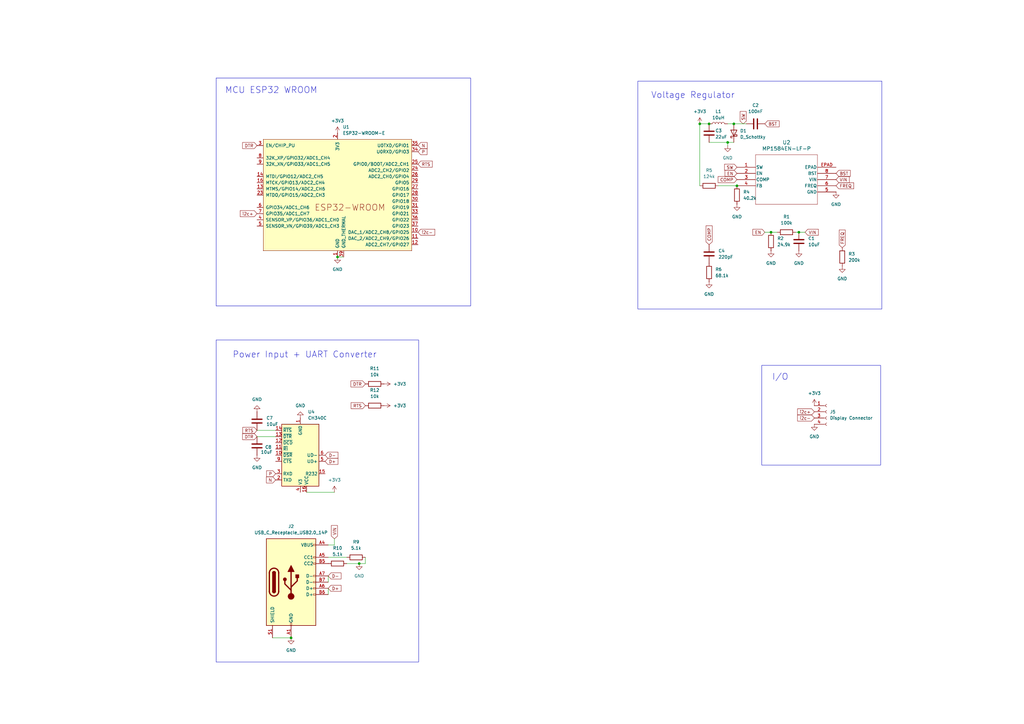
<source format=kicad_sch>
(kicad_sch (version 20250114) (generator "eeschema") (generator_version "9.0")
  (paper "A3")
  (title_block (title "time o matic") (date "2025-07-10") (rev "v1") (company "Hasnat4763") (comment 1 "ESP32 based table clock"))
  (lib_symbols
    (symbol "Connector:Conn_01x04_Socket" (pin_names (offset 1.016) (hide yes))
      (property "Reference" "J" (at 0 5.08 0))
      (property "Value" "Conn_01x04_Socket" (at 0 -7.62 0))
      (symbol "Conn_01x04_Socket_1_1"
        (polyline (pts (xy -1.27 2.54) (xy -0.508 2.54)) (stroke (width 0.1524)))
        (polyline (pts (xy -1.27 0) (xy -0.508 0)) (stroke (width 0.1524)))
        (polyline (pts (xy -1.27 -2.54) (xy -0.508 -2.54)) (stroke (width 0.1524)))
        (polyline (pts (xy -1.27 -5.08) (xy -0.508 -5.08)) (stroke (width 0.1524)))
        (arc (start 0 2.032) (mid -0.5058 2.54) (end 0 3.048) (stroke (width 0.1524)))
        (arc (start 0 -0.508) (mid -0.5058 0) (end 0 0.508) (stroke (width 0.1524)))
        (arc (start 0 -3.048) (mid -0.5058 -2.54) (end 0 -2.032) (stroke (width 0.1524)))
        (arc (start 0 -5.588) (mid -0.5058 -5.08) (end 0 -4.572) (stroke (width 0.1524)))
        (pin passive line (at -5.08 2.54 0) (length 3.81) (name "Pin_1") (number "1"))
        (pin passive line (at -5.08 0 0) (length 3.81) (name "Pin_2") (number "2"))
        (pin passive line (at -5.08 -2.54 0) (length 3.81) (name "Pin_3") (number "3"))
        (pin passive line (at -5.08 -5.08 0) (length 3.81) (name "Pin_4") (number "4"))
      )
    )
    (symbol "Connector:USB_C_Receptacle_USB2.0_14P" (pin_names (offset 1.016))
      (property "Reference" "J" (at 0 22.225 0))
      (property "Value" "USB_C_Receptacle_USB2.0_14P" (at 0 19.685 0))
      (symbol "USB_C_Receptacle_USB2.0_14P_0_0"
        (rectangle (start -0.254 -17.78) (end 0.254 -16.764))
        (rectangle (start 10.16 15.494) (end 9.144 14.986))
        (rectangle (start 10.16 10.414) (end 9.144 9.906))
        (rectangle (start 10.16 7.874) (end 9.144 7.366))
        (rectangle (start 10.16 2.794) (end 9.144 2.286))
        (rectangle (start 10.16 0.254) (end 9.144 -0.254))
        (rectangle (start 10.16 -2.286) (end 9.144 -2.794))
        (rectangle (start 10.16 -4.826) (end 9.144 -5.334))
      )
      (symbol "USB_C_Receptacle_USB2.0_14P_0_1"
        (rectangle (start -10.16 17.78) (end 10.16 -17.78) (stroke (width 0.254)) (fill (type background)))
        (polyline (pts (xy -8.89 -3.81) (xy -8.89 3.81)) (stroke (width 0.508)))
        (rectangle (start -7.62 -3.81) (end -6.35 3.81) (stroke (width 0.254)) (fill (type outline)))
        (arc (start -7.62 3.81) (mid -6.985 4.4423) (end -6.35 3.81) (stroke (width 0.254)))
        (arc (start -7.62 3.81) (mid -6.985 4.4423) (end -6.35 3.81) (stroke (width 0.254)) (fill (type outline)))
        (arc (start -8.89 3.81) (mid -6.985 5.7067) (end -5.08 3.81) (stroke (width 0.508)))
        (arc (start -5.08 -3.81) (mid -6.985 -5.7067) (end -8.89 -3.81) (stroke (width 0.508)))
        (arc (start -6.35 -3.81) (mid -6.985 -4.4423) (end -7.62 -3.81) (stroke (width 0.254)))
        (arc (start -6.35 -3.81) (mid -6.985 -4.4423) (end -7.62 -3.81) (stroke (width 0.254)) (fill (type outline)))
        (polyline (pts (xy -5.08 3.81) (xy -5.08 -3.81)) (stroke (width 0.508)))
        (circle (center -2.54 1.143) (radius 0.635) (stroke (width 0.254)) (fill (type outline)))
        (polyline (pts (xy -1.27 4.318) (xy 0 6.858) (xy 1.27 4.318) (xy -1.27 4.318)) (stroke (width 0.254)) (fill (type outline)))
        (polyline (pts (xy 0 -2.032) (xy 2.54 0.508) (xy 2.54 1.778)) (stroke (width 0.508)))
        (polyline (pts (xy 0 -3.302) (xy -2.54 -0.762) (xy -2.54 0.508)) (stroke (width 0.508)))
        (polyline (pts (xy 0 -5.842) (xy 0 4.318)) (stroke (width 0.508)))
        (circle (center 0 -5.842) (radius 1.27) (fill (type outline)))
        (rectangle (start 1.905 1.778) (end 3.175 3.048) (stroke (width 0.254)) (fill (type outline)))
      )
      (symbol "USB_C_Receptacle_USB2.0_14P_1_1"
        (pin passive line (at -7.62 -22.86 90) (length 5.08) (name "SHIELD") (number "S1"))
        (pin passive line (at 0 -22.86 90) (length 5.08) (name "GND") (number "A1"))
        (pin passive line (at 0 -22.86 90) (length 5.08) (hide yes) (name "GND") (number "A12"))
        (pin passive line (at 0 -22.86 90) (length 5.08) (hide yes) (name "GND") (number "B1"))
        (pin passive line (at 0 -22.86 90) (length 5.08) (hide yes) (name "GND") (number "B12"))
        (pin passive line (at 15.24 15.24 180) (length 5.08) (name "VBUS") (number "A4"))
        (pin passive line (at 15.24 15.24 180) (length 5.08) (hide yes) (name "VBUS") (number "A9"))
        (pin passive line (at 15.24 15.24 180) (length 5.08) (hide yes) (name "VBUS") (number "B4"))
        (pin passive line (at 15.24 15.24 180) (length 5.08) (hide yes) (name "VBUS") (number "B9"))
        (pin bidirectional line (at 15.24 10.16 180) (length 5.08) (name "CC1") (number "A5"))
        (pin bidirectional line (at 15.24 7.62 180) (length 5.08) (name "CC2") (number "B5"))
        (pin bidirectional line (at 15.24 2.54 180) (length 5.08) (name "D-") (number "A7"))
        (pin bidirectional line (at 15.24 0 180) (length 5.08) (name "D-") (number "B7"))
        (pin bidirectional line (at 15.24 -2.54 180) (length 5.08) (name "D+") (number "A6"))
        (pin bidirectional line (at 15.24 -5.08 180) (length 5.08) (name "D+") (number "B6"))
      )
    )
    (symbol "Device:C" (pin_numbers (hide yes)) (pin_names (offset 0.254))
      (property "Reference" "C" (at 0.635 2.54 0))
      (property "Value" "C" (at 0.635 -2.54 0))
      (symbol "C_0_1"
        (polyline (pts (xy -2.032 0.762) (xy 2.032 0.762)) (stroke (width 0.508)))
        (polyline (pts (xy -2.032 -0.762) (xy 2.032 -0.762)) (stroke (width 0.508)))
      )
      (symbol "C_1_1"
        (pin passive line (at 0 3.81 270) (length 2.794) (name "~") (number "1"))
        (pin passive line (at 0 -3.81 90) (length 2.794) (name "~") (number "2"))
      )
    )
    (symbol "Device:D_Schottky" (pin_numbers (hide yes)) (pin_names (offset 1.016) (hide yes))
      (property "Reference" "D" (at 0 2.54 0))
      (property "Value" "D_Schottky" (at 0 -2.54 0))
      (symbol "D_Schottky_0_1"
        (polyline (pts (xy -1.905 0.635) (xy -1.905 1.27) (xy -1.27 1.27) (xy -1.27 -1.27) (xy -0.635 -1.27) (xy -0.635 -0.635)) (stroke (width 0.254)))
        (polyline (pts (xy 1.27 1.27) (xy 1.27 -1.27) (xy -1.27 0) (xy 1.27 1.27)) (stroke (width 0.254)))
        (polyline (pts (xy 1.27 0) (xy -1.27 0)))
      )
      (symbol "D_Schottky_1_1"
        (pin passive line (at -3.81 0 0) (length 2.54) (name "K") (number "1"))
        (pin passive line (at 3.81 0 180) (length 2.54) (name "A") (number "2"))
      )
    )
    (symbol "Device:L" (pin_numbers (hide yes)) (pin_names (offset 1.016) (hide yes))
      (property "Reference" "L" (at -1.27 0 90))
      (property "Value" "L" (at 1.905 0 90))
      (symbol "L_0_1"
        (arc (start 0 2.54) (mid 0.6323 1.905) (end 0 1.27))
        (arc (start 0 1.27) (mid 0.6323 0.635) (end 0 0))
        (arc (start 0 0) (mid 0.6323 -0.635) (end 0 -1.27))
        (arc (start 0 -1.27) (mid 0.6323 -1.905) (end 0 -2.54))
      )
      (symbol "L_1_1"
        (pin passive line (at 0 3.81 270) (length 1.27) (name "1") (number "1"))
        (pin passive line (at 0 -3.81 90) (length 1.27) (name "2") (number "2"))
      )
    )
    (symbol "Device:R" (pin_numbers (hide yes)) (pin_names (offset 0))
      (property "Reference" "R" (at 2.032 0 90))
      (property "Value" "R" (at 0 0 90))
      (symbol "R_0_1"
        (rectangle (start -1.016 -2.54) (end 1.016 2.54) (stroke (width 0.254)))
      )
      (symbol "R_1_1"
        (pin passive line (at 0 3.81 270) (length 1.27) (name "~") (number "1"))
        (pin passive line (at 0 -3.81 90) (length 1.27) (name "~") (number "2"))
      )
    )
    (symbol "Interface_USB:CH340C"
      (property "Reference" "U" (at -5.08 13.97 0))
      (property "Value" "CH340C" (at 1.27 13.97 0))
      (symbol "CH340C_0_1"
        (rectangle (start -7.62 12.7) (end 7.62 -12.7) (stroke (width 0.254)) (fill (type background)))
      )
      (symbol "CH340C_1_1"
        (pin input line (at -10.16 7.62 0) (length 2.54) (name "R232") (number "15"))
        (pin bidirectional line (at -10.16 2.54 0) (length 2.54) (name "UD+") (number "5"))
        (pin bidirectional line (at -10.16 0 0) (length 2.54) (name "UD-") (number "6"))
        (pin no_connect line (at -7.62 -5.08 0) (length 2.54) (hide yes) (name "NC") (number "7"))
        (pin no_connect line (at -7.62 -7.62 0) (length 2.54) (hide yes) (name "NC") (number "8"))
        (pin power_in line (at -2.54 15.24 270) (length 2.54) (name "VCC") (number "16"))
        (pin power_out line (at 0 15.24 270) (length 2.54) (name "V3") (number "4"))
        (pin power_in line (at 0 -15.24 90) (length 2.54) (name "GND") (number "1"))
        (pin output line (at 10.16 10.16 180) (length 2.54) (name "TXD") (number "2"))
        (pin input line (at 10.16 7.62 180) (length 2.54) (name "RXD") (number "3"))
        (pin input line (at 10.16 2.54 180) (length 2.54) (name "~{CTS}") (number "9"))
        (pin input line (at 10.16 0 180) (length 2.54) (name "~{DSR}") (number "10"))
        (pin input line (at 10.16 -2.54 180) (length 2.54) (name "~{RI}") (number "11"))
        (pin input line (at 10.16 -5.08 180) (length 2.54) (name "~{DCD}") (number "12"))
        (pin output line (at 10.16 -7.62 180) (length 2.54) (name "~{DTR}") (number "13"))
        (pin output line (at 10.16 -10.16 180) (length 2.54) (name "~{RTS}") (number "14"))
      )
    )
    (symbol "MP1584:MP1584EN-LF-P" (pin_names (offset 0.254))
      (property "Reference" "U" (at 20.32 10.16 0))
      (property "Value" "MP1584EN-LF-P" (at 20.32 7.62 0))
      (symbol "MP1584EN-LF-P_0_1"
        (polyline (pts (xy 7.62 5.08) (xy 7.62 -15.24)) (stroke (width 0.127)))
        (polyline (pts (xy 7.62 -15.24) (xy 33.02 -15.24)) (stroke (width 0.127)))
        (polyline (pts (xy 33.02 5.08) (xy 7.62 5.08)) (stroke (width 0.127)))
        (polyline (pts (xy 33.02 -15.24) (xy 33.02 5.08)) (stroke (width 0.127)))
        (pin output line (at 0 0 0) (length 7.62) (name "SW") (number "1"))
        (pin input line (at 0 -2.54 0) (length 7.62) (name "EN") (number "2"))
        (pin output line (at 0 -5.08 0) (length 7.62) (name "COMP") (number "3"))
        (pin input line (at 0 -7.62 0) (length 7.62) (name "FB") (number "4"))
        (pin power_in line (at 40.64 0 180) (length 7.62) (name "EPAD") (number "EPAD"))
        (pin unspecified line (at 40.64 -2.54 180) (length 7.62) (name "BST") (number "8"))
        (pin power_in line (at 40.64 -5.08 180) (length 7.62) (name "VIN") (number "7"))
        (pin input line (at 40.64 -7.62 180) (length 7.62) (name "FREQ") (number "6"))
        (pin power_in line (at 40.64 -10.16 180) (length 7.62) (name "GND") (number "5"))
      )
    )
    (symbol "PCM_Espressif:ESP32-WROOM-E" (pin_names (offset 1.016))
      (property "Reference" "U" (at -30.48 27.94 0))
      (property "Value" "ESP32-WROOM-E" (at -30.48 25.4 0))
      (symbol "ESP32-WROOM-E_0_1"
        (rectangle (start -30.48 22.86) (end 30.48 -22.86) (fill (type background)))
      )
      (symbol "ESP32-WROOM-E_1_1"
        (text "ESP32-­WROOM­" (at 5.08 -5.08 0) (effects (font (size 2.54 2.54))))
        (pin input line (at -33.02 20.32 0) (length 2.54) (name "EN/CHIP_PU") (number "3"))
        (pin bidirectional line (at -33.02 15.24 0) (length 2.54) (name "32K_XP/GPIO32/ADC1_CH4") (number "8"))
        (pin bidirectional line (at -33.02 12.7 0) (length 2.54) (name "32K_XN/GPIO33/ADC1_CH5") (number "9"))
        (pin bidirectional line (at -33.02 7.62 0) (length 2.54) (name "MTDI/GPIO12/ADC2_CH5") (number "14"))
        (pin bidirectional line (at -33.02 5.08 0) (length 2.54) (name "MTCK/GPIO13/ADC2_CH4") (number "16"))
        (pin bidirectional line (at -33.02 2.54 0) (length 2.54) (name "MTMS/GPIO14/ADC2_CH6") (number "13"))
        (pin bidirectional line (at -33.02 0 0) (length 2.54) (name "MTDO/GPIO15/ADC2_CH3") (number "23"))
        (pin input line (at -33.02 -5.08 0) (length 2.54) (name "GPIO34/ADC1_CH6") (number "6"))
        (pin input line (at -33.02 -7.62 0) (length 2.54) (name "GPIO35/ADC1_CH7") (number "7"))
        (pin input line (at -33.02 -10.16 0) (length 2.54) (name "SENSOR_VP/GPIO36/ADC1_CH0") (number "4"))
        (pin input line (at -33.02 -12.7 0) (length 2.54) (name "SENSOR_VN/GPIO39/ADC1_CH3") (number "5"))
        (pin power_in line (at 0 25.4 270) (length 2.54) (name "3V3") (number "2"))
        (pin power_in line (at 0 -25.4 90) (length 2.54) (name "GND") (number "1"))
        (pin passive line (at 0 -25.4 90) (length 2.54) (hide yes) (name "GND") (number "15"))
        (pin passive line (at 0 -25.4 90) (length 2.54) (hide yes) (name "GND") (number "38"))
        (pin power_in line (at 2.54 -25.4 90) (length 2.54) (name "GND_THERMAL") (number "39"))
        (pin bidirectional line (at 33.02 20.32 180) (length 2.54) (name "U0TXD/GPIO1") (number "35"))
        (pin bidirectional line (at 33.02 17.78 180) (length 2.54) (name "U0RXD/GPIO3") (number "34"))
        (pin bidirectional line (at 33.02 12.7 180) (length 2.54) (name "GPIO0/BOOT/ADC2_CH1") (number "25"))
        (pin bidirectional line (at 33.02 10.16 180) (length 2.54) (name "ADC2_CH2/GPIO2") (number "24"))
        (pin bidirectional line (at 33.02 7.62 180) (length 2.54) (name "ADC2_CH0/GPIO4") (number "26"))
        (pin bidirectional line (at 33.02 5.08 180) (length 2.54) (name "GPIO5") (number "29"))
        (pin bidirectional line (at 33.02 2.54 180) (length 2.54) (name "GPIO16") (number "27"))
        (pin bidirectional line (at 33.02 0 180) (length 2.54) (name "GPIO17") (number "28"))
        (pin bidirectional line (at 33.02 -2.54 180) (length 2.54) (name "GPIO18") (number "30"))
        (pin bidirectional line (at 33.02 -5.08 180) (length 2.54) (name "GPIO19") (number "31"))
        (pin bidirectional line (at 33.02 -7.62 180) (length 2.54) (name "GPIO21") (number "33"))
        (pin bidirectional line (at 33.02 -10.16 180) (length 2.54) (name "GPIO22") (number "36"))
        (pin bidirectional line (at 33.02 -12.7 180) (length 2.54) (name "GPIO23") (number "37"))
        (pin bidirectional line (at 33.02 -15.24 180) (length 2.54) (name "DAC_1/ADC2_CH8/GPIO25") (number "10"))
        (pin bidirectional line (at 33.02 -17.78 180) (length 2.54) (name "DAC_2/ADC2_CH9/GPIO26") (number "11"))
        (pin bidirectional line (at 33.02 -20.32 180) (length 2.54) (name "ADC2_CH7/GPIO27") (number "12"))
      )
    )
    (symbol "power:+3V3" (power) (pin_numbers (hide yes)) (pin_names (offset 0) (hide yes))
      (property "Value" "+3V3" (at 0 3.556 0))
      (symbol "+3V3_0_1"
        (polyline (pts (xy -0.762 1.27) (xy 0 2.54)))
        (polyline (pts (xy 0 2.54) (xy 0.762 1.27)))
        (polyline (pts (xy 0 0) (xy 0 2.54)))
      )
      (symbol "+3V3_1_1"
        (pin power_in line (at 0 0 90) (length 0) (name "~") (number "1"))
      )
    )
    (symbol "power:GND" (power) (pin_numbers (hide yes)) (pin_names (offset 0) (hide yes))
      (property "Value" "GND" (at 0 -3.81 0))
      (symbol "GND_0_1"
        (polyline (pts (xy 0 0) (xy 0 -1.27) (xy 1.27 -1.27) (xy 0 -2.54) (xy -1.27 -1.27) (xy 0 -1.27)))
      )
      (symbol "GND_1_1"
        (pin power_in line (at 0 0 270) (length 0) (name "~") (number "1"))
      )
    )
  )
  (rectangle (start 88.646 32.004) (end 193.04 125.476))
  (rectangle (start 261.62 33.274) (end 361.696 126.746))
  (rectangle (start 312.42 149.86) (end 361.188 190.754))
  (rectangle (start 88.646 139.446) (end 171.704 271.526))
  (text "Power Input + UART Converter" (at 124.968 145.542 0) (effects (font (size 2.54 2.54))))
  (text "Voltage Regulator" (at 284.226 39.116 0) (effects (font (size 2.54 2.54))))
  (text "MCU ESP32 WROOM" (at 111.252 37.084 0) (effects (font (size 2.54 2.54))))
  (text "I/O" (at 320.04 154.686 0) (effects (font (size 2.54 2.54))))
  (junction (at 147.32 231.14))
  (junction (at 298.45 58.42))
  (junction (at 119.38 261.62))
  (junction (at 316.23 95.25))
  (junction (at 290.83 50.8))
  (junction (at 302.26 76.2))
  (junction (at 300.99 50.8))
  (junction (at 287.02 50.8))
  (junction (at 327.66 95.25))
  (junction (at 138.43 105.41))
  (wire (pts (xy 137.16 223.52) (xy 134.62 223.52)))
  (wire (pts (xy 105.41 176.53) (xy 113.03 176.53)))
  (wire (pts (xy 147.32 231.14) (xy 142.24 231.14)))
  (wire (pts (xy 149.86 228.6) (xy 149.86 231.14)))
  (wire (pts (xy 111.76 261.62) (xy 119.38 261.62)))
  (wire (pts (xy 298.45 59.69) (xy 298.45 58.42)))
  (wire (pts (xy 134.62 236.22) (xy 134.62 238.76)))
  (wire (pts (xy 313.69 95.25) (xy 316.23 95.25)))
  (wire (pts (xy 287.02 50.8) (xy 287.02 76.2)))
  (wire (pts (xy 290.83 58.42) (xy 298.45 58.42)))
  (wire (pts (xy 149.86 231.14) (xy 147.32 231.14)))
  (wire (pts (xy 105.41 179.07) (xy 113.03 179.07)))
  (wire (pts (xy 300.99 50.8) (xy 306.07 50.8)))
  (wire (pts (xy 298.45 50.8) (xy 300.99 50.8)))
  (wire (pts (xy 287.02 50.8) (xy 290.83 50.8)))
  (wire (pts (xy 142.24 228.6) (xy 134.62 228.6)))
  (wire (pts (xy 327.66 95.25) (xy 330.2 95.25)))
  (wire (pts (xy 300.99 58.42) (xy 298.45 58.42)))
  (wire (pts (xy 326.39 95.25) (xy 327.66 95.25)))
  (wire (pts (xy 137.16 220.98) (xy 137.16 223.52)))
  (wire (pts (xy 294.64 76.2) (xy 302.26 76.2)))
  (wire (pts (xy 134.62 241.3) (xy 134.62 243.84)))
  (wire (pts (xy 138.43 105.41) (xy 140.97 105.41)))
  (wire (pts (xy 125.73 201.93) (xy 137.16 201.93)))
  (wire (pts (xy 316.23 95.25) (xy 318.77 95.25)))
  (global_label "i2c-" (shape input) (at 171.45 95.25 0) (property "Intersheetrefs" "${INTERSHEET_REFS}" (effects (hide yes))))
  (global_label "N" (shape input) (at 171.45 59.69 0) (property "Intersheetrefs" "${INTERSHEET_REFS}" (effects (hide yes))))
  (global_label "D-" (shape input) (at 134.62 236.22 0) (property "Intersheetrefs" "${INTERSHEET_REFS}" (effects (hide yes))))
  (global_label "VIN" (shape input) (at 342.9 73.66 0) (property "Intersheetrefs" "${INTERSHEET_REFS}" (effects (hide yes))))
  (global_label "SW" (shape input) (at 302.26 68.58 180) (property "Intersheetrefs" "${INTERSHEET_REFS}" (effects (hide yes))))
  (global_label "SW" (shape input) (at 304.8 50.8 90) (property "Intersheetrefs" "${INTERSHEET_REFS}" (effects (hide yes))))
  (global_label "COMP" (shape input) (at 302.26 73.66 180) (property "Intersheetrefs" "${INTERSHEET_REFS}" (effects (hide yes))))
  (global_label "D-" (shape input) (at 133.35 186.69 0) (property "Intersheetrefs" "${INTERSHEET_REFS}" (effects (hide yes))))
  (global_label "EN" (shape input) (at 302.26 71.12 180) (property "Intersheetrefs" "${INTERSHEET_REFS}" (effects (hide yes))))
  (global_label "RTS" (shape input) (at 171.45 67.31 0) (property "Intersheetrefs" "${INTERSHEET_REFS}" (effects (hide yes))))
  (global_label "N" (shape input) (at 113.03 196.85 180) (property "Intersheetrefs" "${INTERSHEET_REFS}" (effects (hide yes))))
  (global_label "FREQ" (shape input) (at 345.44 101.6 90) (property "Intersheetrefs" "${INTERSHEET_REFS}" (effects (hide yes))))
  (global_label "EN" (shape input) (at 313.69 95.25 180) (property "Intersheetrefs" "${INTERSHEET_REFS}" (effects (hide yes))))
  (global_label "VIN" (shape input) (at 330.2 95.25 0) (property "Intersheetrefs" "${INTERSHEET_REFS}" (effects (hide yes))))
  (global_label "P" (shape input) (at 171.45 62.23 0) (property "Intersheetrefs" "${INTERSHEET_REFS}" (effects (hide yes))))
  (global_label "RTS" (shape input) (at 105.41 176.53 180) (property "Intersheetrefs" "${INTERSHEET_REFS}" (effects (hide yes))))
  (global_label "DTR" (shape input) (at 105.41 179.07 180) (property "Intersheetrefs" "${INTERSHEET_REFS}" (effects (hide yes))))
  (global_label "i2c-" (shape input) (at 334.01 171.45 180) (property "Intersheetrefs" "${INTERSHEET_REFS}" (effects (hide yes))))
  (global_label "DTR" (shape input) (at 105.41 59.69 180) (property "Intersheetrefs" "${INTERSHEET_REFS}" (effects (hide yes))))
  (global_label "D+" (shape input) (at 133.35 189.23 0) (property "Intersheetrefs" "${INTERSHEET_REFS}" (effects (hide yes))))
  (global_label "BST" (shape input) (at 313.69 50.8 0) (property "Intersheetrefs" "${INTERSHEET_REFS}" (effects (hide yes))))
  (global_label "BST" (shape input) (at 342.9 71.12 0) (property "Intersheetrefs" "${INTERSHEET_REFS}" (effects (hide yes))))
  (global_label "COMP" (shape input) (at 290.83 100.33 90) (property "Intersheetrefs" "${INTERSHEET_REFS}" (effects (hide yes))))
  (global_label "FREQ" (shape input) (at 342.9 76.2 0) (property "Intersheetrefs" "${INTERSHEET_REFS}" (effects (hide yes))))
  (global_label "VIN" (shape input) (at 137.16 220.98 90) (property "Intersheetrefs" "${INTERSHEET_REFS}" (effects (hide yes))))
  (global_label "RTS" (shape input) (at 149.86 166.37 180) (property "Intersheetrefs" "${INTERSHEET_REFS}" (effects (hide yes))))
  (global_label "DTR" (shape input) (at 149.86 157.48 180) (property "Intersheetrefs" "${INTERSHEET_REFS}" (effects (hide yes))))
  (global_label "D+" (shape input) (at 134.62 241.3 0) (property "Intersheetrefs" "${INTERSHEET_REFS}" (effects (hide yes))))
  (global_label "i2c+" (shape input) (at 334.01 168.91 180) (property "Intersheetrefs" "${INTERSHEET_REFS}" (effects (hide yes))))
  (global_label "P" (shape input) (at 113.03 194.31 180) (property "Intersheetrefs" "${INTERSHEET_REFS}" (effects (hide yes))))
  (global_label "i2c+" (shape input) (at 105.41 87.63 180) (property "Intersheetrefs" "${INTERSHEET_REFS}" (effects (hide yes))))
  (symbol (lib_id "Device:C") (at 290.83 104.14 0) (unit 1)
    (property "Reference" "C4" (at 294.64 102.8699 0) (effects (justify left)))
    (property "Value" "220pF" (at 294.64 105.4099 0) (effects (justify left)))
    (property "Footprint" "Capacitor_SMD:C_0603_1608Metric_Pad1.08x0.95mm_HandSolder" (effects (hide yes)))
    (property "Description" "Unpolarized capacitor" (effects (hide yes)))
  )
  (symbol (lib_id "power:GND") (at 105.41 186.69 0) (unit 1)
    (property "Reference" "#PWR020" (effects (hide yes)))
    (property "Value" "GND" (at 105.41 191.77 0))
    (property "Description" "Power symbol creates a global label with name \"GND\" , ground" (effects (hide yes)))
  )
  (symbol (lib_id "Device:R") (at 290.83 76.2 270) (unit 1)
    (property "Reference" "R5" (at 290.83 69.85 90))
    (property "Value" "124k" (at 290.83 72.39 90))
    (property "Footprint" "Resistor_SMD:R_0603_1608Metric_Pad0.98x0.95mm_HandSolder" (effects (hide yes)))
    (property "Description" "Resistor" (effects (hide yes)))
  )
  (symbol (lib_id "power:GND") (at 334.01 173.99 0) (unit 1)
    (property "Reference" "#PWR030" (effects (hide yes)))
    (property "Value" "GND" (at 334.01 179.07 0))
    (property "Description" "Power symbol creates a global label with name \"GND\" , ground" (effects (hide yes)))
  )
  (symbol (lib_id "power:GND") (at 327.66 102.87 0) (unit 1)
    (property "Reference" "#PWR025" (effects (hide yes)))
    (property "Value" "GND" (at 327.66 107.95 0))
    (property "Description" "Power symbol creates a global label with name \"GND\" , ground" (effects (hide yes)))
  )
  (symbol (lib_id "power:+3V3") (at 138.43 54.61 0) (unit 1)
    (property "Reference" "#PWR09" (effects (hide yes)))
    (property "Value" "+3V3" (at 138.43 49.53 0))
    (property "Description" "Power symbol creates a global label with name \"+3V3\"" (effects (hide yes)))
  )
  (symbol (lib_id "Device:C") (at 309.88 50.8 270) (unit 1)
    (property "Reference" "C2" (at 309.88 43.18 90))
    (property "Value" "100nF" (at 309.88 45.72 90))
    (property "Footprint" "Capacitor_SMD:C_0603_1608Metric_Pad1.08x0.95mm_HandSolder" (effects (hide yes)))
    (property "Description" "Unpolarized capacitor" (effects (hide yes)))
  )
  (symbol (lib_id "power:GND") (at 298.45 59.69 0) (unit 1)
    (property "Reference" "#PWR013" (effects (hide yes)))
    (property "Value" "GND" (at 298.45 64.77 0))
    (property "Description" "Power symbol creates a global label with name \"GND\" , ground" (effects (hide yes)))
  )
  (symbol (lib_id "power:GND") (at 316.23 102.87 0) (unit 1)
    (property "Reference" "#PWR024" (effects (hide yes)))
    (property "Value" "GND" (at 316.23 107.95 0))
    (property "Description" "Power symbol creates a global label with name \"GND\" , ground" (effects (hide yes)))
  )
  (symbol (lib_id "Device:R") (at 153.67 166.37 270) (unit 1)
    (property "Reference" "R12" (at 153.67 160.02 90))
    (property "Value" "10k" (at 153.67 162.56 90))
    (property "Footprint" "Resistor_SMD:R_0603_1608Metric_Pad0.98x0.95mm_HandSolder" (effects (hide yes)))
    (property "Description" "Resistor" (effects (hide yes)))
  )
  (symbol (lib_id "Device:R") (at 302.26 80.01 180) (unit 1)
    (property "Reference" "R4" (at 304.8 78.7399 0) (effects (justify right)))
    (property "Value" "40.2k" (at 304.8 81.2799 0) (effects (justify right)))
    (property "Footprint" "Resistor_SMD:R_0603_1608Metric_Pad0.98x0.95mm_HandSolder" (effects (hide yes)))
    (property "Description" "Resistor" (effects (hide yes)))
  )
  (symbol (lib_id "power:GND") (at 138.43 105.41 0) (unit 1)
    (property "Reference" "#PWR027" (effects (hide yes)))
    (property "Value" "GND" (at 138.43 110.49 0))
    (property "Description" "Power symbol creates a global label with name \"GND\" , ground" (effects (hide yes)))
  )
  (symbol (lib_id "power:GND") (at 345.44 109.22 0) (unit 1)
    (property "Reference" "#PWR026" (effects (hide yes)))
    (property "Value" "GND" (at 345.44 114.3 0))
    (property "Description" "Power symbol creates a global label with name \"GND\" , ground" (effects (hide yes)))
  )
  (symbol (lib_id "power:+3V3") (at 334.01 166.37 0) (unit 1)
    (property "Reference" "#PWR08" (effects (hide yes)))
    (property "Value" "+3V3" (at 334.01 161.29 0))
    (property "Description" "Power symbol creates a global label with name \"+3V3\"" (effects (hide yes)))
  )
  (symbol (lib_id "Connector:USB_C_Receptacle_USB2.0_14P") (at 119.38 238.76 0) (unit 1)
    (property "Reference" "J2" (at 119.38 215.9 0))
    (property "Value" "USB_C_Receptacle_USB2.0_14P" (at 119.38 218.44 0))
    (property "Footprint" "Connector_USB:USB_C_Receptacle_GCT_USB4085" (effects (hide yes)))
    (property "Datasheet" "https://www.usb.org/sites/default/files/documents/usb_type-c.zip" (effects (hide yes)))
    (property "Description" "USB 2.0-only 14P Type-C Receptacle connector" (effects (hide yes)))
  )
  (symbol (lib_id "power:+3V3") (at 157.48 157.48 270) (unit 1)
    (property "Reference" "#PWR022" (effects (hide yes)))
    (property "Value" "+3V3" (at 161.29 157.4799 90) (effects (justify left)))
    (property "Description" "Power symbol creates a global label with name \"+3V3\"" (effects (hide yes)))
  )
  (symbol (lib_id "Device:C") (at 105.41 172.72 180) (unit 1)
    (property "Reference" "C7" (at 109.22 171.4499 0) (effects (justify right)))
    (property "Value" "10uF" (at 109.22 173.9899 0) (effects (justify right)))
    (property "Footprint" "Capacitor_SMD:C_0603_1608Metric_Pad1.08x0.95mm_HandSolder" (effects (hide yes)))
    (property "Description" "Unpolarized capacitor" (effects (hide yes)))
  )
  (symbol (lib_id "Device:C") (at 290.83 54.61 0) (unit 1)
    (property "Reference" "C3" (at 293.37 53.594 0) (effects (justify left)))
    (property "Value" "22uF" (at 293.37 56.134 0) (effects (justify left)))
    (property "Footprint" "Capacitor_SMD:C_0603_1608Metric_Pad1.08x0.95mm_HandSolder" (effects (hide yes)))
    (property "Description" "Unpolarized capacitor" (effects (hide yes)))
  )
  (symbol (lib_id "Device:R") (at 316.23 99.06 180) (unit 1)
    (property "Reference" "R2" (at 318.77 97.7899 0) (effects (justify right)))
    (property "Value" "24.9k" (at 318.77 100.3299 0) (effects (justify right)))
    (property "Footprint" "Resistor_SMD:R_0603_1608Metric_Pad0.98x0.95mm_HandSolder" (effects (hide yes)))
    (property "Description" "Resistor" (effects (hide yes)))
  )
  (symbol (lib_id "power:GND") (at 342.9 78.74 0) (unit 1)
    (property "Reference" "#PWR012" (effects (hide yes)))
    (property "Value" "GND" (at 342.9 83.82 0))
    (property "Description" "Power symbol creates a global label with name \"GND\" , ground" (effects (hide yes)))
  )
  (symbol (lib_id "power:GND") (at 147.32 231.14 0) (unit 1)
    (property "Reference" "#PWR018" (effects (hide yes)))
    (property "Value" "GND" (at 147.32 236.22 0))
    (property "Description" "Power symbol creates a global label with name \"GND\" , ground" (effects (hide yes)))
  )
  (symbol (lib_id "power:+3V3") (at 287.02 50.8 0) (unit 1)
    (property "Reference" "#PWR06" (effects (hide yes)))
    (property "Value" "+3V3" (at 287.02 45.72 0))
    (property "Description" "Power symbol creates a global label with name \"+3V3\"" (effects (hide yes)))
  )
  (symbol (lib_id "Connector:Conn_01x04_Socket") (at 339.09 168.91 0) (unit 1)
    (property "Reference" "J5" (at 340.36 168.9099 0) (effects (justify left)))
    (property "Value" "Display Connector" (at 340.36 171.4499 0) (effects (justify left)))
    (property "Footprint" "Connector_PinHeader_2.54mm:PinHeader_1x04_P2.54mm_Vertical" (effects (hide yes)))
    (property "Description" "Generic connector, single row, 01x04, script generated" (effects (hide yes)))
  )
  (symbol (lib_id "Device:D_Schottky") (at 300.99 54.61 90) (unit 1)
    (property "Reference" "D1" (at 303.53 53.6574 90) (effects (justify right)))
    (property "Value" "D_Schottky" (at 303.53 56.1974 90) (effects (justify right)))
    (property "Footprint" "Diode_SMD:D_3220_8050Metric_Pad2.65x5.15mm_HandSolder" (effects (hide yes)))
    (property "Description" "Schottky diode" (effects (hide yes)))
  )
  (symbol (lib_id "power:GND") (at 302.26 83.82 0) (unit 1)
    (property "Reference" "#PWR016" (effects (hide yes)))
    (property "Value" "GND" (at 302.26 88.9 0))
    (property "Description" "Power symbol creates a global label with name \"GND\" , ground" (effects (hide yes)))
  )
  (symbol (lib_id "Interface_USB:CH340C") (at 123.19 186.69 180) (unit 1)
    (property "Reference" "U4" (at 126.3081 168.91 0) (effects (justify right)))
    (property "Value" "CH340C" (at 126.3081 171.45 0) (effects (justify right)))
    (property "Footprint" "Package_SO:SOIC-16_3.9x9.9mm_P1.27mm" (effects (hide yes)))
    (property "Datasheet" "https://datasheet.lcsc.com/szlcsc/Jiangsu-Qin-Heng-CH340C_C84681.pdf" (effects (hide yes)))
    (property "Description" "USB serial converter, crystal-less, UART, SOIC-16" (effects (hide yes)))
  )
  (symbol (lib_id "power:+3V3") (at 157.48 166.37 270) (unit 1)
    (property "Reference" "#PWR023" (effects (hide yes)))
    (property "Value" "+3V3" (at 161.29 166.3699 90) (effects (justify left)))
    (property "Description" "Power symbol creates a global label with name \"+3V3\"" (effects (hide yes)))
  )
  (symbol (lib_id "Device:R") (at 153.67 157.48 270) (unit 1)
    (property "Reference" "R11" (at 153.67 151.13 90))
    (property "Value" "10k" (at 153.67 153.67 90))
    (property "Footprint" "Resistor_SMD:R_0603_1608Metric_Pad0.98x0.95mm_HandSolder" (effects (hide yes)))
    (property "Description" "Resistor" (effects (hide yes)))
  )
  (symbol (lib_id "power:GND") (at 290.83 115.57 0) (unit 1)
    (property "Reference" "#PWR0101" (effects (hide yes)))
    (property "Value" "GND" (at 290.83 120.65 0))
    (property "Description" "Power symbol creates a global label with name \"GND\" , ground" (effects (hide yes)))
  )
  (symbol (lib_id "power:GND") (at 123.19 171.45 180) (unit 1)
    (property "Reference" "#PWR028" (effects (hide yes)))
    (property "Value" "GND" (at 123.19 166.37 0))
    (property "Description" "Power symbol creates a global label with name \"GND\" , ground" (effects (hide yes)))
  )
  (symbol (lib_id "Device:C") (at 327.66 99.06 0) (unit 1)
    (property "Reference" "C1" (at 331.47 97.7899 0) (effects (justify left)))
    (property "Value" "10uF" (at 331.47 100.3299 0) (effects (justify left)))
    (property "Footprint" "Capacitor_SMD:C_0603_1608Metric_Pad1.08x0.95mm_HandSolder" (effects (hide yes)))
    (property "Description" "Unpolarized capacitor" (effects (hide yes)))
  )
  (symbol (lib_id "PCM_Espressif:ESP32-WROOM-E") (at 138.43 80.01 0) (unit 1)
    (property "Reference" "U1" (at 140.5733 52.07 0) (effects (justify left)))
    (property "Value" "ESP32-WROOM-E" (at 140.5733 54.61 0) (effects (justify left)))
    (property "Footprint" "PCM_Espressif:ESP32-WROOM-32E" (effects (hide yes)))
    (property "Datasheet" "https://www.espressif.com/sites/default/files/documentation/esp32-wroom-32e_esp32-wroom-32ue_datasheet_en.pdf" (effects (hide yes)))
    (property "Description" "ESP32-WROOM-32E integrates ESP32-D0WD-V3, with higher stability and safety performance." (effects (hide yes)))
  )
  (symbol (lib_id "power:+3V3") (at 137.16 201.93 0) (unit 1)
    (property "Reference" "#PWR019" (effects (hide yes)))
    (property "Value" "+3V3" (at 137.16 196.85 0))
    (property "Description" "Power symbol creates a global label with name \"+3V3\"" (effects (hide yes)))
  )
  (symbol (lib_id "Device:L") (at 294.64 50.8 90) (unit 1)
    (property "Reference" "L1" (at 294.64 45.72 90))
    (property "Value" "10uH" (at 294.64 48.26 90))
    (property "Footprint" "Inductor_SMD:L_0603_1608Metric_Pad1.05x0.95mm_HandSolder" (effects (hide yes)))
    (property "Description" "Inductor" (effects (hide yes)))
  )
  (symbol (lib_id "MP1584:MP1584EN-LF-P") (at 302.26 68.58 0) (unit 1)
    (property "Reference" "U2" (at 322.58 58.42 0) (effects (font (size 1.524 1.524))))
    (property "Value" "MP1584EN-LF-P" (at 322.58 60.96 0) (effects (font (size 1.524 1.524))))
    (property "Footprint" "MP1584:SOIC8E_MPS_MNP-L" (effects (hide yes)))
    (property "Datasheet" "MP1584EN-LF-P" (effects (hide yes)))
  )
  (symbol (lib_id "Device:R") (at 322.58 95.25 90) (unit 1)
    (property "Reference" "R1" (at 322.58 88.9 90))
    (property "Value" "100k" (at 322.58 91.44 90))
    (property "Footprint" "Resistor_SMD:R_0603_1608Metric_Pad0.98x0.95mm_HandSolder" (effects (hide yes)))
    (property "Description" "Resistor" (effects (hide yes)))
  )
  (symbol (lib_id "Device:R") (at 345.44 105.41 180) (unit 1)
    (property "Reference" "R3" (at 347.98 104.1399 0) (effects (justify right)))
    (property "Value" "200k" (at 347.98 106.6799 0) (effects (justify right)))
    (property "Footprint" "Resistor_SMD:R_0603_1608Metric_Pad0.98x0.95mm_HandSolder" (effects (hide yes)))
    (property "Description" "Resistor" (effects (hide yes)))
  )
  (symbol (lib_id "power:GND") (at 119.38 261.62 0) (unit 1)
    (property "Reference" "#PWR014" (effects (hide yes)))
    (property "Value" "GND" (at 119.38 266.7 0))
    (property "Description" "Power symbol creates a global label with name \"GND\" , ground" (effects (hide yes)))
  )
  (symbol (lib_id "Device:R") (at 290.83 111.76 180) (unit 1)
    (property "Reference" "R6" (at 293.37 110.4899 0) (effects (justify right)))
    (property "Value" "68.1k" (at 293.37 113.0299 0) (effects (justify right)))
    (property "Footprint" "Resistor_SMD:R_0603_1608Metric_Pad0.98x0.95mm_HandSolder" (effects (hide yes)))
    (property "Description" "Resistor" (effects (hide yes)))
  )
  (symbol (lib_id "Device:R") (at 146.05 228.6 270) (unit 1)
    (property "Reference" "R9" (at 146.05 222.25 90))
    (property "Value" "5.1k" (at 146.05 224.79 90))
    (property "Footprint" "Resistor_SMD:R_0603_1608Metric_Pad0.98x0.95mm_HandSolder" (effects (hide yes)))
    (property "Description" "Resistor" (effects (hide yes)))
  )
  (symbol (lib_id "Device:R") (at 138.43 231.14 270) (unit 1)
    (property "Reference" "R10" (at 138.43 224.79 90))
    (property "Value" "5.1k" (at 138.43 227.33 90))
    (property "Footprint" "Resistor_SMD:R_0603_1608Metric_Pad0.98x0.95mm_HandSolder" (effects (hide yes)))
    (property "Description" "Resistor" (effects (hide yes)))
  )
  (symbol (lib_id "Device:C") (at 105.41 182.88 180) (unit 1)
    (property "Reference" "C8" (at 108.712 183.388 0) (effects (justify right)))
    (property "Value" "10uF" (at 106.934 185.42 0) (effects (justify right)))
    (property "Footprint" "Capacitor_SMD:C_0603_1608Metric_Pad1.08x0.95mm_HandSolder" (effects (hide yes)))
    (property "Description" "Unpolarized capacitor" (effects (hide yes)))
  )
  (symbol (lib_id "power:GND") (at 105.41 168.91 180) (unit 1)
    (property "Reference" "#PWR021" (effects (hide yes)))
    (property "Value" "GND" (at 105.41 163.83 0))
    (property "Description" "Power symbol creates a global label with name \"GND\" , ground" (effects (hide yes)))
  )
)
</source>
